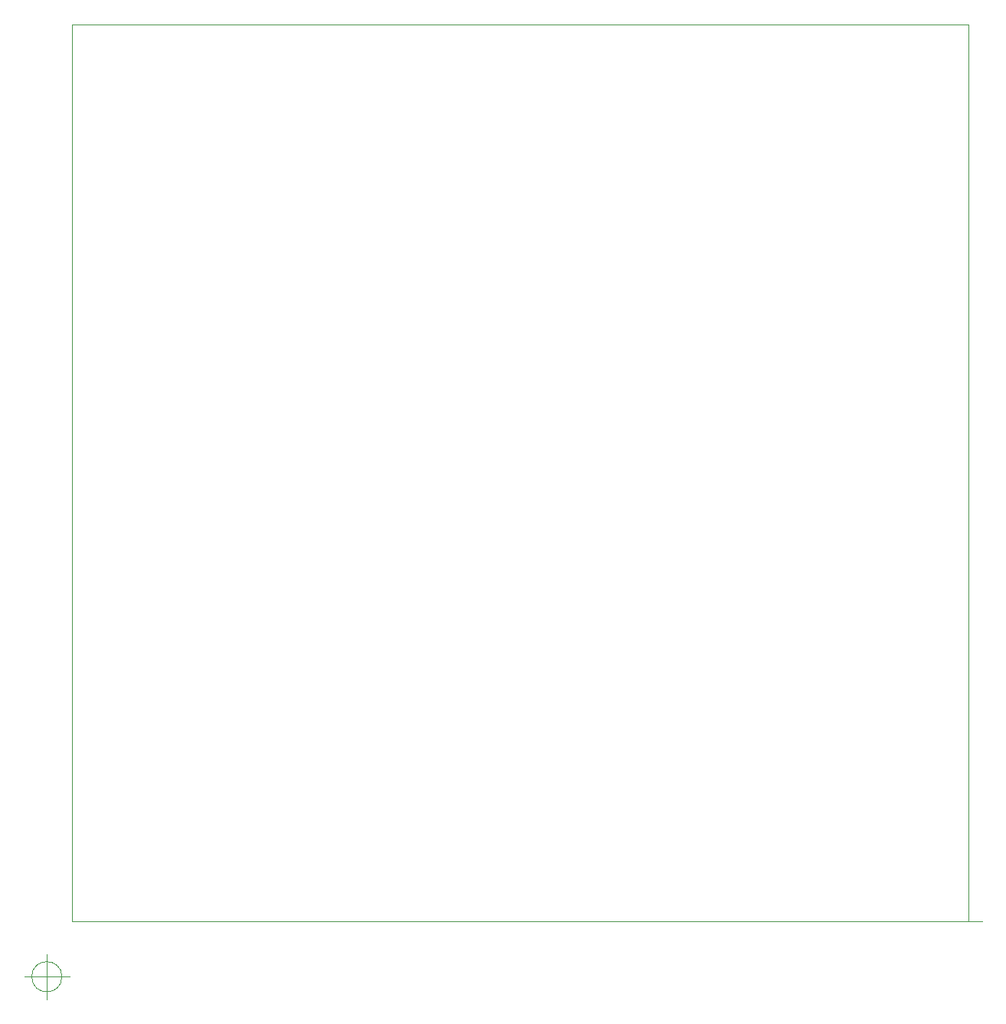
<source format=gbr>
%TF.GenerationSoftware,KiCad,Pcbnew,(6.0.1)*%
%TF.CreationDate,2022-07-29T10:17:08+01:00*%
%TF.ProjectId,testing_board,74657374-696e-4675-9f62-6f6172642e6b,rev?*%
%TF.SameCoordinates,Original*%
%TF.FileFunction,Profile,NP*%
%FSLAX46Y46*%
G04 Gerber Fmt 4.6, Leading zero omitted, Abs format (unit mm)*
G04 Created by KiCad (PCBNEW (6.0.1)) date 2022-07-29 10:17:08*
%MOMM*%
%LPD*%
G01*
G04 APERTURE LIST*
%TA.AperFunction,Profile*%
%ADD10C,0.050000*%
%TD*%
G04 APERTURE END LIST*
D10*
X35702666Y-125476000D02*
G75*
G03*
X35702666Y-125476000I-1666666J0D01*
G01*
X31536000Y-125476000D02*
X36536000Y-125476000D01*
X34036000Y-122976000D02*
X34036000Y-127976000D01*
X36830000Y-20320000D02*
X36830000Y-21336000D01*
X135890000Y-20320000D02*
X36830000Y-20320000D01*
X135890000Y-119380000D02*
X135890000Y-20320000D01*
X36830000Y-119380000D02*
X137414000Y-119380000D01*
X36830000Y-21336000D02*
X36830000Y-119380000D01*
M02*

</source>
